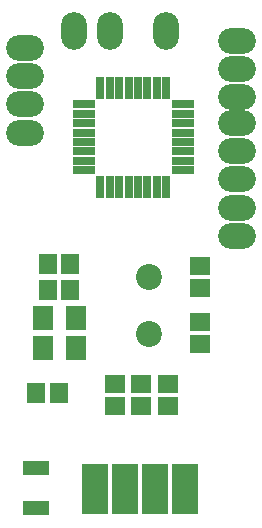
<source format=gbr>
G04 DipTrace 3.0.0.2*
G04 top_mask_gamepad2usb.gbr*
%MOMM*%
G04 #@! TF.FileFunction,Soldermask,Top*
G04 #@! TF.Part,Single*
%AMOUTLINE1*
4,1,4,
-0.84997,0.75,
0.84997,0.75,
0.84997,-0.75,
-0.84997,-0.75,
-0.84997,0.75,
0*%
%AMOUTLINE4*
4,1,4,
-0.75,-0.85,
-0.75,0.85,
0.75,0.85,
0.75,-0.85,
-0.75,-0.85,
0*%
%ADD34C,2.2*%
%ADD36R,1.9X0.7*%
%ADD38R,0.7X1.9*%
%ADD40R,1.5X1.7*%
%ADD46R,2.2X4.2*%
%ADD48O,2.2X3.2*%
%ADD50O,3.2X2.2*%
%ADD52R,1.8X2.0*%
%ADD54R,2.2X1.2*%
%ADD56R,1.7X1.5*%
%ADD64OUTLINE1*%
%ADD67OUTLINE4*%
%FSLAX35Y35*%
G04*
G71*
G90*
G75*
G01*
G04 TopMask*
%LPD*%
D56*
X-1587667Y603313D3*
Y793313D3*
Y317013D3*
Y127013D3*
D64*
X-2302117Y-396917D3*
Y-206917D3*
X-2079843Y-396917D3*
Y-206917D3*
X-1857570Y-396917D3*
Y-206917D3*
D54*
X-2968937Y-920847D3*
Y-1260847D3*
D52*
X-2635447Y349287D3*
X-2915447D3*
X-2635447Y95260D3*
X-2915447D3*
D50*
X-3064197Y1921077D3*
D48*
X-1873447Y2778417D3*
D46*
X-2476707Y-1095490D3*
D50*
X-1270133Y1286010D3*
D46*
X-2222707Y-1095490D3*
D48*
X-2651403Y2778417D3*
D46*
X-1968707Y-1095490D3*
D50*
X-1270133Y1762310D3*
D46*
X-1714707Y-1095490D3*
D48*
X-2349747Y2778417D3*
D50*
X-1270133Y2222733D3*
Y1047860D3*
X-3064197Y2159227D3*
X-1270133Y2460883D3*
X-3064197Y2397377D3*
X-1270133Y1524160D3*
X-3064197Y2635527D3*
X-1270133Y2000460D3*
Y2699033D3*
D67*
X-2968857Y-285780D3*
X-2778857D3*
D40*
X-2873597Y587437D3*
X-2683597D3*
X-2870483Y809713D3*
X-2680483D3*
D38*
X-2429130Y1460653D3*
X-2349130D3*
X-2269130D3*
X-2189130D3*
X-2109130D3*
X-2029130D3*
X-1949130D3*
X-1869130D3*
D36*
X-1729130Y1600653D3*
Y1680653D3*
Y1760653D3*
Y1840653D3*
Y1920653D3*
Y2000653D3*
Y2080653D3*
Y2160653D3*
D38*
X-1869130Y2300653D3*
X-1949130D3*
X-2029130D3*
X-2109130D3*
X-2189130D3*
X-2269130D3*
X-2349130D3*
X-2429130D3*
D36*
X-2569130Y2160653D3*
Y2080653D3*
Y2000653D3*
Y1920653D3*
Y1840653D3*
Y1760653D3*
Y1680653D3*
Y1600653D3*
D34*
X-2016337Y698573D3*
Y215973D3*
M02*

</source>
